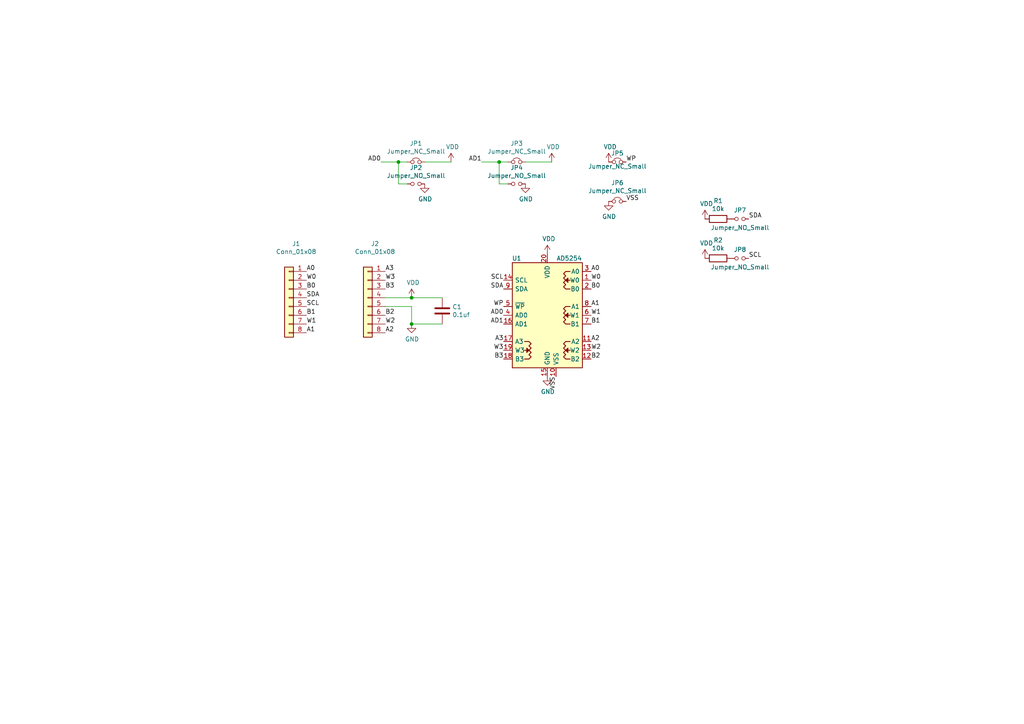
<source format=kicad_sch>
(kicad_sch (version 20230121) (generator eeschema)
  (paper "A4")
  (lib_symbols
    (symbol "AD5254Breakout-rescue:AD5254-Potentiometer_Digital" (pin_names (offset 0.762))
      (property "Reference" "U" (at -10.16 16.51 0))
      (property "Value" "AD5254-Potentiometer_Digital" (at 2.54 16.51 0))
      (symbol "AD5254-Potentiometer_Digital_0_1"
        (rectangle (start -10.16 15.24) (end 10.16 -15.24) (stroke (width 0.254)) (fill (type background)))
        (polyline (pts (xy 6.604 -10.16) (xy 5.334 -10.16) (xy 5.969 -9.525) (xy 5.969 -10.795) (xy 5.334 -10.16)) (stroke (width 0.254)) (fill (type outline)))
        (polyline (pts (xy 6.604 0) (xy 5.334 0) (xy 5.969 0.635) (xy 5.969 0) (xy 5.969 -0.635) (xy 5.334 0)) (stroke (width 0.254)) (fill (type outline)))
        (polyline (pts (xy 6.604 -7.62) (xy 5.334 -7.62) (xy 4.699 -8.255) (xy 5.334 -8.89) (xy 4.699 -9.525) (xy 5.334 -10.16) (xy 4.699 -10.795) (xy 5.334 -11.43) (xy 4.699 -12.065) (xy 5.334 -12.7) (xy 6.604 -12.7)) (stroke (width 0.254)))
        (polyline (pts (xy 6.604 2.54) (xy 5.334 2.54) (xy 4.699 1.905) (xy 5.334 1.27) (xy 4.699 0.635) (xy 5.334 0) (xy 4.699 -0.635) (xy 5.334 -1.27) (xy 4.699 -1.905) (xy 5.334 -2.54) (xy 6.604 -2.54)) (stroke (width 0.254)))
      )
      (symbol "AD5254-Potentiometer_Digital_1_1"
        (polyline (pts (xy -6.604 -10.16) (xy -5.334 -10.16) (xy -5.969 -9.525) (xy -5.969 -10.16) (xy -5.969 -10.795) (xy -5.334 -10.16)) (stroke (width 0.254)) (fill (type outline)))
        (polyline (pts (xy 6.604 10.16) (xy 5.334 10.16) (xy 5.969 10.795) (xy 5.969 10.16) (xy 5.969 9.525) (xy 5.334 10.16)) (stroke (width 0.254)) (fill (type outline)))
        (polyline (pts (xy -6.604 -7.62) (xy -5.334 -7.62) (xy -4.699 -8.255) (xy -5.334 -8.89) (xy -4.699 -9.525) (xy -5.334 -10.16) (xy -4.699 -10.795) (xy -5.334 -11.43) (xy -4.699 -12.065) (xy -5.334 -12.7) (xy -6.604 -12.7)) (stroke (width 0.254)))
        (polyline (pts (xy 6.604 12.7) (xy 5.334 12.7) (xy 4.699 12.065) (xy 5.334 11.43) (xy 4.699 10.795) (xy 5.334 10.16) (xy 4.699 9.525) (xy 5.334 8.89) (xy 4.699 8.255) (xy 5.334 7.62) (xy 6.604 7.62)) (stroke (width 0.254)))
        (pin passive line (at 12.7 10.16 180) (length 2.54) (name "W0") (number "1"))
        (pin power_in line (at 2.54 -17.78 90) (length 2.54) (name "VSS") (number "10"))
        (pin passive line (at 12.7 -7.62 180) (length 2.54) (name "A2") (number "11"))
        (pin passive line (at 12.7 -12.7 180) (length 2.54) (name "B2") (number "12"))
        (pin passive line (at 12.7 -10.16 180) (length 2.54) (name "W2") (number "13"))
        (pin input line (at -12.7 10.16 0) (length 2.54) (name "SCL") (number "14"))
        (pin power_in line (at 0 -17.78 90) (length 2.54) (name "GND") (number "15"))
        (pin input line (at -12.7 -2.54 0) (length 2.54) (name "AD1") (number "16"))
        (pin passive line (at -12.7 -7.62 0) (length 2.54) (name "A3") (number "17"))
        (pin passive line (at -12.7 -12.7 0) (length 2.54) (name "B3") (number "18"))
        (pin passive line (at -12.7 -10.16 0) (length 2.54) (name "W3") (number "19"))
        (pin passive line (at 12.7 7.62 180) (length 2.54) (name "B0") (number "2"))
        (pin power_in line (at 0 17.78 270) (length 2.54) (name "VDD") (number "20"))
        (pin passive line (at 12.7 12.7 180) (length 2.54) (name "A0") (number "3"))
        (pin input line (at -12.7 0 0) (length 2.54) (name "AD0") (number "4"))
        (pin input line (at -12.7 2.54 0) (length 2.54) (name "~{WP}") (number "5"))
        (pin passive line (at 12.7 0 180) (length 2.54) (name "W1") (number "6"))
        (pin passive line (at 12.7 -2.54 180) (length 2.54) (name "B1") (number "7"))
        (pin passive line (at 12.7 2.54 180) (length 2.54) (name "A1") (number "8"))
        (pin bidirectional line (at -12.7 7.62 0) (length 2.54) (name "SDA") (number "9"))
      )
    )
    (symbol "AD5254Breakout-rescue:Jumper_NC_Small-Device" (pin_numbers hide) (pin_names (offset 0.762) hide)
      (property "Reference" "JP" (at 0 2.032 0))
      (property "Value" "Jumper_NC_Small-Device" (at 0.254 -1.524 0))
      (symbol "Jumper_NC_Small-Device_0_1"
        (circle (center -1.016 0) (radius 0.508))
        (circle (center 1.016 0) (radius 0.508))
        (arc (start 1.016 0.762) (mid 0 1.1828) (end -1.016 0.762))
        (pin passive line (at -2.54 0 0) (length 1.016) (name "1") (number "1"))
        (pin passive line (at 2.54 0 180) (length 1.016) (name "2") (number "2"))
      )
    )
    (symbol "AD5254Breakout-rescue:Jumper_NO_Small-Device" (pin_numbers hide) (pin_names (offset 0.762) hide)
      (property "Reference" "JP" (at 0 2.032 0))
      (property "Value" "Jumper_NO_Small-Device" (at 0.254 -1.524 0))
      (symbol "Jumper_NO_Small-Device_0_1"
        (circle (center -1.016 0) (radius 0.508))
        (circle (center 1.016 0) (radius 0.508))
        (pin passive line (at -2.54 0 0) (length 1.016) (name "1") (number "1"))
        (pin passive line (at 2.54 0 180) (length 1.016) (name "2") (number "2"))
      )
    )
    (symbol "Connector_Generic:Conn_01x08" (pin_names (offset 1.016) hide)
      (property "Reference" "J" (at 0 10.16 0))
      (property "Value" "Conn_01x08" (at 0 -12.7 0))
      (symbol "Conn_01x08_1_1"
        (rectangle (start -1.27 -10.033) (end 0 -10.287) (stroke (width 0.1524)))
        (rectangle (start -1.27 -7.493) (end 0 -7.747) (stroke (width 0.1524)))
        (rectangle (start -1.27 -4.953) (end 0 -5.207) (stroke (width 0.1524)))
        (rectangle (start -1.27 -2.413) (end 0 -2.667) (stroke (width 0.1524)))
        (rectangle (start -1.27 0.127) (end 0 -0.127) (stroke (width 0.1524)))
        (rectangle (start -1.27 2.667) (end 0 2.413) (stroke (width 0.1524)))
        (rectangle (start -1.27 5.207) (end 0 4.953) (stroke (width 0.1524)))
        (rectangle (start -1.27 7.747) (end 0 7.493) (stroke (width 0.1524)))
        (rectangle (start -1.27 8.89) (end 1.27 -11.43) (stroke (width 0.254)) (fill (type background)))
        (pin passive line (at -5.08 7.62 0) (length 3.81) (name "Pin_1") (number "1"))
        (pin passive line (at -5.08 5.08 0) (length 3.81) (name "Pin_2") (number "2"))
        (pin passive line (at -5.08 2.54 0) (length 3.81) (name "Pin_3") (number "3"))
        (pin passive line (at -5.08 0 0) (length 3.81) (name "Pin_4") (number "4"))
        (pin passive line (at -5.08 -2.54 0) (length 3.81) (name "Pin_5") (number "5"))
        (pin passive line (at -5.08 -5.08 0) (length 3.81) (name "Pin_6") (number "6"))
        (pin passive line (at -5.08 -7.62 0) (length 3.81) (name "Pin_7") (number "7"))
        (pin passive line (at -5.08 -10.16 0) (length 3.81) (name "Pin_8") (number "8"))
      )
    )
    (symbol "Device:C" (pin_numbers hide) (pin_names (offset 0.254))
      (property "Reference" "C" (at 0.635 2.54 0))
      (property "Value" "C" (at 0.635 -2.54 0))
      (symbol "C_0_1"
        (polyline (pts (xy -2.032 -0.762) (xy 2.032 -0.762)) (stroke (width 0.508)))
        (polyline (pts (xy -2.032 0.762) (xy 2.032 0.762)) (stroke (width 0.508)))
      )
      (symbol "C_1_1"
        (pin passive line (at 0 3.81 270) (length 2.794) (name "~") (number "1"))
        (pin passive line (at 0 -3.81 90) (length 2.794) (name "~") (number "2"))
      )
    )
    (symbol "Device:R" (pin_numbers hide) (pin_names (offset 0))
      (property "Reference" "R" (at 2.032 0 90))
      (property "Value" "R" (at 0 0 90))
      (symbol "R_0_1"
        (rectangle (start -1.016 -2.54) (end 1.016 2.54) (stroke (width 0.254)))
      )
      (symbol "R_1_1"
        (pin passive line (at 0 3.81 270) (length 1.27) (name "~") (number "1"))
        (pin passive line (at 0 -3.81 90) (length 1.27) (name "~") (number "2"))
      )
    )
    (symbol "power:GND" (power) (pin_names (offset 0))
      (property "Value" "GND" (at 0 -3.81 0))
      (symbol "GND_0_1"
        (polyline (pts (xy 0 0) (xy 0 -1.27) (xy 1.27 -1.27) (xy 0 -2.54) (xy -1.27 -1.27) (xy 0 -1.27)))
      )
      (symbol "GND_1_1"
        (pin power_in line (at 0 0 270) (length 0) hide (name "GND") (number "1"))
      )
    )
    (symbol "power:VDD" (power) (pin_names (offset 0))
      (property "Value" "VDD" (at 0 3.81 0))
      (symbol "VDD_0_1"
        (polyline (pts (xy -0.762 1.27) (xy 0 2.54)))
        (polyline (pts (xy 0 0) (xy 0 2.54)))
        (polyline (pts (xy 0 2.54) (xy 0.762 1.27)))
      )
      (symbol "VDD_1_1"
        (pin power_in line (at 0 0 90) (length 0) hide (name "VDD") (number "1"))
      )
    )
  )
  (junction (at 144.78 46.99))
  (junction (at 115.57 46.99))
  (junction (at 119.38 86.36))
  (junction (at 119.38 93.98))
  (wire (pts (xy 128.27 86.36) (xy 119.38 86.36)))
  (wire (pts (xy 118.11 46.99) (xy 115.57 46.99)))
  (wire (pts (xy 152.4 46.99) (xy 160.02 46.99)))
  (wire (pts (xy 118.11 53.34) (xy 115.57 53.34)))
  (wire (pts (xy 115.57 53.34) (xy 115.57 46.99)))
  (wire (pts (xy 144.78 46.99) (xy 139.7 46.99)))
  (wire (pts (xy 144.78 53.34) (xy 144.78 46.99)))
  (wire (pts (xy 119.38 93.98) (xy 128.27 93.98)))
  (wire (pts (xy 147.32 46.99) (xy 144.78 46.99)))
  (wire (pts (xy 119.38 86.36) (xy 111.76 86.36)))
  (wire (pts (xy 115.57 46.99) (xy 110.49 46.99)))
  (wire (pts (xy 147.32 53.34) (xy 144.78 53.34)))
  (wire (pts (xy 119.38 93.98) (xy 119.38 88.9)))
  (wire (pts (xy 123.19 46.99) (xy 130.81 46.99)))
  (wire (pts (xy 119.38 88.9) (xy 111.76 88.9)))
  (label "VSS" (at 181.61 58.42 0))
  (label "A3" (at 111.76 78.74 0))
  (label "B3" (at 111.76 83.82 0))
  (label "B1" (at 171.45 93.98 0))
  (label "W3" (at 111.76 81.28 0))
  (label "A1" (at 171.45 88.9 0))
  (label "B2" (at 171.45 104.14 0))
  (label "W0" (at 171.45 81.28 0))
  (label "W2" (at 171.45 101.6 0))
  (label "A0" (at 171.45 78.74 0))
  (label "SCL" (at 146.05 81.28 180))
  (label "WP" (at 146.05 88.9 180))
  (label "AD0" (at 146.05 91.44 180))
  (label "SDA" (at 146.05 83.82 180))
  (label "SCL" (at 88.9 88.9 0))
  (label "A2" (at 171.45 99.06 0))
  (label "SDA" (at 88.9 86.36 0))
  (label "SDA" (at 217.17 63.5 0))
  (label "AD1" (at 146.05 93.98 180))
  (label "W1" (at 88.9 93.98 0))
  (label "WP" (at 181.61 46.99 0))
  (label "B3" (at 146.05 104.14 180))
  (label "A0" (at 88.9 78.74 0))
  (label "B2" (at 111.76 91.44 0))
  (label "A1" (at 88.9 96.52 0))
  (label "B0" (at 88.9 83.82 0))
  (label "W0" (at 88.9 81.28 0))
  (label "B0" (at 171.45 83.82 0))
  (label "SCL" (at 217.17 74.93 0))
  (label "W1" (at 171.45 91.44 0))
  (label "A3" (at 146.05 99.06 180))
  (label "B1" (at 88.9 91.44 0))
  (label "W2" (at 111.76 93.98 0))
  (label "VSS" (at 161.29 109.22 270))
  (label "W3" (at 146.05 101.6 180))
  (label "AD1" (at 139.7 46.99 180))
  (label "AD0" (at 110.49 46.99 180))
  (label "A2" (at 111.76 96.52 0))
  (symbol (lib_id "AD5254Breakout-rescue:AD5254-Potentiometer_Digital") (at 158.75 91.44 0) (unit 1)
    (property "Reference" "U1" (at 149.86 74.93 0))
    (property "Value" "AD5254" (at 165.1 74.93 0))
    (property "Footprint" "Package_SO:TSSOP-20_4.4x6.5mm_P0.65mm" (effects hide))
    (property "Datasheet" "https://www.analog.com/media/en/technical-documentation/data-sheets/AD5253_5254.pdf" (effects hide))
  )
  (symbol (lib_id "Connector_Generic:Conn_01x08") (at 83.82 86.36 0) (mirror y) (unit 1)
    (property "Reference" "J1" (at 85.9028 70.6882 0))
    (property "Value" "Conn_01x08" (at 85.9028 72.9996 0))
    (property "Footprint" "footprints:PinHeader_1x08_P2.54mm_Vertical_without_lines" (effects hide))
  )
  (symbol (lib_id "Connector_Generic:Conn_01x08") (at 106.68 86.36 0) (mirror y) (unit 1)
    (property "Reference" "J2" (at 108.7628 70.6882 0))
    (property "Value" "Conn_01x08" (at 108.7628 72.9996 0))
    (property "Footprint" "footprints:PinHeader_1x08_P2.54mm_Vertical_without_lines" (effects hide))
  )
  (symbol (lib_id "AD5254Breakout-rescue:Jumper_NC_Small-Device") (at 120.65 46.99 0) (unit 1)
    (property "Reference" "JP1" (at 120.65 41.6052 0))
    (property "Value" "Jumper_NC_Small" (at 120.65 43.9166 0))
    (property "Footprint" "Jumper:SolderJumper-2_P1.3mm_Bridged_RoundedPad1.0x1.5mm" (effects hide))
  )
  (symbol (lib_id "AD5254Breakout-rescue:Jumper_NO_Small-Device") (at 120.65 53.34 0) (unit 1)
    (property "Reference" "JP2" (at 120.65 48.641 0))
    (property "Value" "Jumper_NO_Small" (at 120.65 50.9524 0))
    (property "Footprint" "Jumper:SolderJumper-2_P1.3mm_Open_RoundedPad1.0x1.5mm" (effects hide))
  )
  (symbol (lib_id "power:GND") (at 158.75 109.22 0) (unit 1)
    (property "Reference" "#PWR0101" (effects hide))
    (property "Value" "GND" (at 158.877 113.6142 0))
  )
  (symbol (lib_id "power:GND") (at 123.19 53.34 0) (unit 1)
    (property "Reference" "#PWR0102" (effects hide))
    (property "Value" "GND" (at 123.317 57.7342 0))
  )
  (symbol (lib_id "power:VDD") (at 158.75 73.66 0) (unit 1)
    (property "Reference" "#PWR0103" (effects hide))
    (property "Value" "VDD" (at 159.1818 69.2658 0))
  )
  (symbol (lib_id "power:VDD") (at 119.38 86.36 0) (unit 1)
    (property "Reference" "#PWR0104" (effects hide))
    (property "Value" "VDD" (at 119.8118 81.9658 0))
  )
  (symbol (lib_id "power:VDD") (at 130.81 46.99 0) (unit 1)
    (property "Reference" "#PWR0105" (effects hide))
    (property "Value" "VDD" (at 131.2418 42.5958 0))
  )
  (symbol (lib_id "AD5254Breakout-rescue:Jumper_NC_Small-Device") (at 149.86 46.99 0) (unit 1)
    (property "Reference" "JP3" (at 149.86 41.6052 0))
    (property "Value" "Jumper_NC_Small" (at 149.86 43.9166 0))
    (property "Footprint" "Jumper:SolderJumper-2_P1.3mm_Bridged_RoundedPad1.0x1.5mm" (effects hide))
  )
  (symbol (lib_id "AD5254Breakout-rescue:Jumper_NO_Small-Device") (at 149.86 53.34 0) (unit 1)
    (property "Reference" "JP4" (at 149.86 48.641 0))
    (property "Value" "Jumper_NO_Small" (at 149.86 50.9524 0))
    (property "Footprint" "Jumper:SolderJumper-2_P1.3mm_Open_RoundedPad1.0x1.5mm" (effects hide))
  )
  (symbol (lib_id "power:GND") (at 152.4 53.34 0) (unit 1)
    (property "Reference" "#PWR0106" (effects hide))
    (property "Value" "GND" (at 152.527 57.7342 0))
  )
  (symbol (lib_id "power:VDD") (at 160.02 46.99 0) (unit 1)
    (property "Reference" "#PWR0107" (effects hide))
    (property "Value" "VDD" (at 160.4518 42.5958 0))
  )
  (symbol (lib_id "power:VDD") (at 176.53 46.99 0) (unit 1)
    (property "Reference" "#PWR0108" (effects hide))
    (property "Value" "VDD" (at 176.9618 42.5958 0))
  )
  (symbol (lib_id "AD5254Breakout-rescue:Jumper_NC_Small-Device") (at 179.07 46.99 0) (unit 1)
    (property "Reference" "JP5" (at 179.07 44.45 0))
    (property "Value" "Jumper_NC_Small" (at 179.07 48.26 0))
    (property "Footprint" "Jumper:SolderJumper-2_P1.3mm_Bridged_RoundedPad1.0x1.5mm" (effects hide))
  )
  (symbol (lib_id "AD5254Breakout-rescue:Jumper_NC_Small-Device") (at 179.07 58.42 0) (unit 1)
    (property "Reference" "JP6" (at 179.07 53.0352 0))
    (property "Value" "Jumper_NC_Small" (at 179.07 55.3466 0))
    (property "Footprint" "Jumper:SolderJumper-2_P1.3mm_Bridged_RoundedPad1.0x1.5mm" (effects hide))
  )
  (symbol (lib_id "power:GND") (at 176.53 58.42 0) (unit 1)
    (property "Reference" "#PWR0109" (effects hide))
    (property "Value" "GND" (at 176.657 62.8142 0))
  )
  (symbol (lib_id "power:GND") (at 119.38 93.98 0) (unit 1)
    (property "Reference" "#PWR0110" (effects hide))
    (property "Value" "GND" (at 119.507 98.3742 0))
  )
  (symbol (lib_id "Device:R") (at 208.28 63.5 270) (unit 1)
    (property "Reference" "R1" (at 208.28 58.2422 90))
    (property "Value" "10k" (at 208.28 60.5536 90))
    (property "Footprint" "Resistor_SMD:R_0402_1005Metric" (effects hide))
  )
  (symbol (lib_id "AD5254Breakout-rescue:Jumper_NO_Small-Device") (at 214.63 63.5 0) (unit 1)
    (property "Reference" "JP7" (at 214.63 60.96 0))
    (property "Value" "Jumper_NO_Small" (at 214.63 66.04 0))
    (property "Footprint" "Jumper:SolderJumper-2_P1.3mm_Open_RoundedPad1.0x1.5mm" (effects hide))
  )
  (symbol (lib_id "power:VDD") (at 204.47 63.5 0) (unit 1)
    (property "Reference" "#PWR0111" (effects hide))
    (property "Value" "VDD" (at 204.9018 59.1058 0))
  )
  (symbol (lib_id "Device:R") (at 208.28 74.93 270) (unit 1)
    (property "Reference" "R2" (at 208.28 69.6722 90))
    (property "Value" "10k" (at 208.28 71.9836 90))
    (property "Footprint" "Resistor_SMD:R_0402_1005Metric" (effects hide))
  )
  (symbol (lib_id "AD5254Breakout-rescue:Jumper_NO_Small-Device") (at 214.63 74.93 0) (unit 1)
    (property "Reference" "JP8" (at 214.63 72.39 0))
    (property "Value" "Jumper_NO_Small" (at 214.63 77.47 0))
    (property "Footprint" "Jumper:SolderJumper-2_P1.3mm_Open_RoundedPad1.0x1.5mm" (effects hide))
  )
  (symbol (lib_id "power:VDD") (at 204.47 74.93 0) (unit 1)
    (property "Reference" "#PWR0112" (effects hide))
    (property "Value" "VDD" (at 204.9018 70.5358 0))
  )
  (symbol (lib_id "Device:C") (at 128.27 90.17 0) (unit 1)
    (property "Reference" "C1" (at 131.191 89.0016 0) (effects (justify left)))
    (property "Value" "0.1uf" (at 131.191 91.313 0) (effects (justify left)))
    (property "Footprint" "Capacitor_SMD:C_0402_1005Metric" (effects hide))
  )
)
</source>
